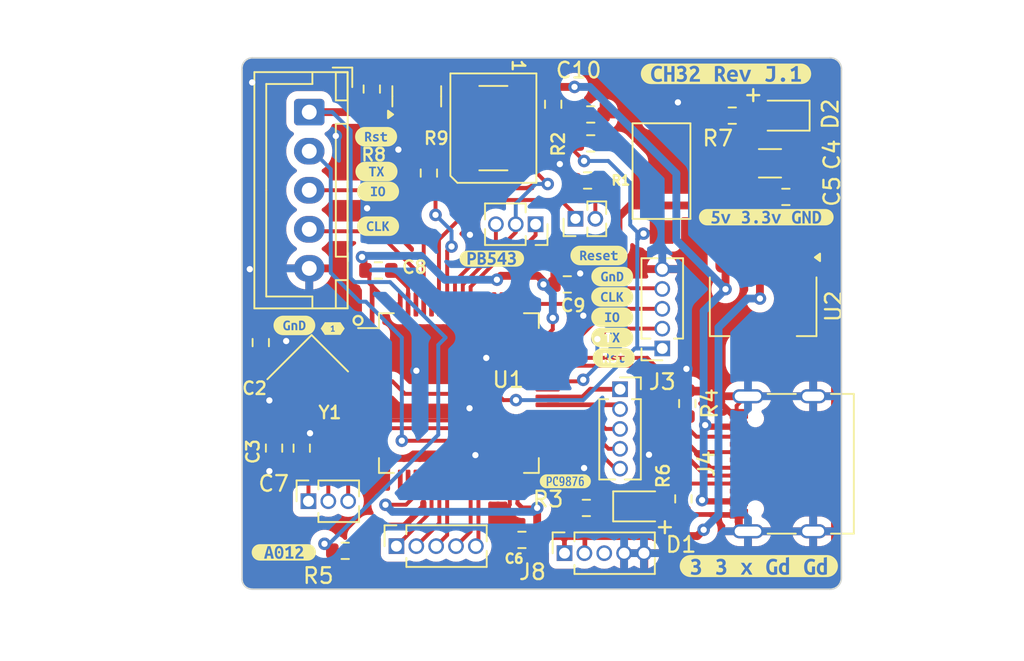
<source format=kicad_pcb>
(kicad_pcb (version 20240108) (generator "pcbnew") (generator_version "8.0")
  (layers (0 "F.Cu" signal) (31 "B.Cu" signal) (34 "B.Paste" user) (35 "F.Paste" user) (36 "B.SilkS" user "B.Silkscreen") (37 "F.SilkS" user "F.Silkscreen") (38 "B.Mask" user) (39 "F.Mask" user) (44 "Edge.Cuts" user))
  (net 0 "")
  (net 1 "+3.3V")
  (net 2 "SWIO_DIR_3V")
  (net 4 "Net-(U1-PF0)")
  (net 5 "Net-(U1-PF1)")
  (net 10 "GND")
  (net 15 "OUT_UART_TX")
  (net 16 "OUT_UART_RX")
  (net 18 "PA8")
  (net 19 "UART_TX")
  (net 21 "D-")
  (net 22 "D+")
  (net 23 "SWDIO")
  (net 24 "SWDCLK")
  (net 30 "INOUT_NRESET")
  (net 31 "OUT_SWDIO")
  (net 32 "OUT_SWDCLK")
  (net 33 "Net-(D1-K)")
  (net 34 "IN_FORCE_DFU")
  (net 36 "Net-(J4-CC2)")
  (net 37 "Net-(J4-CC1)")
  (net 39 "NRESET")
  (net 42 "Net-(U1-PA4)")
  (net 43 "INOUT_SWO")
  (net 44 "Net-(D2-A)")
  (net 45 "Net-(J2_DFU1-Pin_2)")
  (net 46 "Net-(U1-PB13)")
  (net 48 "PA6")
  (net 49 "PA5")
  (net 50 "PB0")
  (net 51 "PA7")
  (net 52 "PB1")
  (net 53 "PB5")
  (net 54 "PB4")
  (net 55 "PB3")
  (net 57 "PA1")
  (net 58 "PA2")
  (net 59 "PA0")
  (net 60 "PB15")
  (net 61 "PC8")
  (net 62 "PC6")
  (net 63 "PC9")
  (net 64 "PC7")
  (net 66 "VBUS")
  (net 67 "DRIVE_RESET")
  (net 68 "Net-(Q1-D)")
  (footprint "Resistor_SMD:R_0603_1608Metric" (layer "F.Cu") (at 124.980025 66.994975 90)
    (property "Reference" "R8")
    (property "Value" "330" (hide yes))
  )
  (footprint "Connector_PinHeader_1.27mm:PinHeader_1x02_P1.27mm_Vertical" (layer "F.Cu") (at 138.005025 75.294975 90)
    (property "Reference" "J2_DFU1" (hide yes))
    (property "Value" "con2")
  )
  (footprint "Resistor_SMD:R_0603_1608Metric" (layer "F.Cu") (at 128.630025 72.369975 90)
    (property "Reference" "R9")
    (property "Value" "1k" (hide yes))
  )
  (footprint "Connector_PinSocket_1.27mm:PinSocket_1x05_P1.27mm_Vertical" (layer "F.Cu") (at 137.305025 96.694975 90)
    (property "Reference" "J8")
    (property "Value" "Debug port" (hide yes))
  )
  (footprint "Resistor_SMD:R_0603_1608Metric" (layer "F.Cu") (at 138.7 93.8 180)
    (property "Reference" "R3")
    (property "Value" "330")
  )
  (footprint "Package_TO_SOT_SMD:SOT-223" (layer "F.Cu") (at 150.005025 80.894975 -90)
    (property "Reference" "U2")
    (property "Value" "LM1117-3.3")
  )
  (footprint "Resistor_SMD:R_0603_1608Metric" (layer "F.Cu") (at 134.580025 95.844975 180)
    (property "Reference" "C6")
    (property "Value" "100n")
  )
  (footprint "Resistor_SMD:R_0603_1608Metric" (layer "F.Cu") (at 138.780025 72.844975 180)
    (property "Reference" "R1")
    (property "Value" "1k" (hide yes))
  )
  (footprint "Button_Switch_SMD:SW_SPST_CK_RS282G05A3" (layer "F.Cu") (at 143.505025 72.244975 90)
    (property "Reference" "RST1" (hide yes))
    (property "Value" "SW_DIP_x01")
  )
  (footprint "Resistor_SMD:R_0603_1608Metric" (layer "F.Cu") (at 120.5 89.975 90)
    (property "Reference" "C7")
    (property "Value" "100n")
  )
  (footprint "kibuzzard-67135D9A" (layer "F.Cu") (at 119.355025 96.644975)
    (property "Reference" "kibuzzard-67135D9A" (hide yes))
    (property "Value" "G***" (hide yes))
  )
  (footprint "kibuzzard-65C1C8EE" (layer "F.Cu") (at 140.355025 80.294975)
    (property "Reference" "kibuzzard-65C1C8EE" (hide yes))
    (property "Value" "G***" (hide yes))
  )
  (footprint "kibuzzard-68694355" (layer "F.Cu") (at 137.355025 92.094975)
    (property "Reference" "kibuzzard-68694355" (hide yes))
    (property "Value" "G***" (hide yes))
  )
  (footprint "LED_SMD:LED_WS2812B_PLCC4_5.0x5.0mm_P3.2mm" (layer "F.Cu") (at 132.755025 69.494975 -90)
    (property "Reference" "D3" (hide yes))
    (property "Value" "WS2812B" (hide yes))
  )
  (footprint "Resistor_SMD:R_0603_1608Metric" (layer "F.Cu") (at 145.155025 87.119975 -90)
    (property "Reference" "R4")
    (property "Value" "5.1k")
  )
  (footprint "Diode_SMD:D_0805_2012Metric" (layer "F.Cu") (at 151.292525 68.694975 180)
    (property "Reference" "D2")
    (property "Value" "LED" (hide yes))
  )
  (footprint "kibuzzard-67ECD9AB" (layer "F.Cu") (at 132.655025 77.844975)
    (property "Reference" "kibuzzard-67ECD9AB" (hide yes))
    (property "Value" "G***" (hide yes))
  )
  (footprint "Resistor_SMD:R_0603_1608Metric" (layer "F.Cu") (at 138.980025 68.619975)
    (property "Reference" "C1" (hide yes))
    (property "Value" "100n")
  )
  (footprint "Connector_PinSocket_1.27mm:PinSocket_1x03_P1.27mm_Vertical" (layer "F.Cu") (at 120.930025 93.369975 90)
    (property "Reference" "J7" (hide yes))
    (property "Value" "Conn_01x03_Pin" (hide yes))
  )
  (footprint "kibuzzard-65C1C9D7" (layer "F.Cu") (at 139.505025 77.644975)
    (property "Reference" "kibuzzard-65C1C9D7" (hide yes))
    (property "Value" "G***" (hide yes))
  )
  (footprint "Diode_SMD:D_0805_2012Metric" (layer "F.Cu") (at 142.1 93.7)
    (property "Reference" "D1")
    (property "Value" "LED")
  )
  (footprint "kibuzzard-65C1C789" (layer "F.Cu") (at 120.030025 82.119975)
    (property "Reference" "kibuzzard-65C1C789" (hide yes))
    (property "Value" "G***" (hide yes))
  )
  (footprint "Resistor_SMD:R_0603_1608Metric" (layer "F.Cu") (at 151.457525 73.894975)
    (property "Reference" "C5")
    (property "Value" "100n")
  )
  (footprint "kibuzzard-671361D3" (layer "F.Cu") (at 122.480025 82.319975)
    (property "Reference" "kibuzzard-671361D3" (hide yes))
    (property "Value" "G***" (hide yes))
  )
  (footprint "Connector_PinSocket_1.27mm:PinSocket_1x03_P1.27mm_Vertical" (layer "F.Cu") (at 135.455025 75.644975 -90)
    (property "Reference" "J9" (hide yes))
    (property "Value" "Conn_01x03_Pin" (hide yes))
  )
  (footprint "Resistor_SMD:R_0603_1608Metric" (layer "F.Cu") (at 125.4 78.6)
    (property "Reference" "C8")
    (property "Value" "100n")
  )
  (footprint "kibuzzard-6714FD4B" (layer "F.Cu") (at 149.730025 97.519975)
    (property "Reference" "kibuzzard-6714FD4B" (hide yes))
    (property "Value" "G***" (hide yes))
  )
  (footprint "kibuzzard-65C1C972" (layer "F.Cu") (at 140.455025 84.194975)
    (property "Reference" "kibuzzard-65C1C972" (hide yes))
    (property "Value" "G***" (hide yes))
  )
  (footprint "kibuzzard-65C1C789" (layer "F.Cu") (at 140.355025 78.994975)
    (property "Reference" "kibuzzard-65C1C789" (hide yes))
    (property "Value" "G***" (hide yes))
  )
  (footprint "Resistor_SMD:R_0603_1608Metric" (layer "F.Cu") (at 138.980025 70.469975 180)
    (property "Reference" "R2")
    (property "Value" "10k")
  )
  (footprint "Resistor_SMD:R_0603_1608Metric" (layer "F.Cu") (at 118.730025 89.969975 -90)
    (property "Reference" "C3")
    (property "Value" "22pf")
  )
  (footprint "Resistor_SMD:R_0603_1608Metric" (layer "F.Cu") (at 148.030025 68.694975)
    (property "Reference" "R7")
    (property "Value" "330")
  )
  (footprint "kibuzzard-67135D50" (layer "F.Cu") (at 150.205025 75.194975)
    (property "Reference" "kibuzzard-67135D50" (hide yes))
    (property "Value" "G***" (hide yes))
  )
  (footprint "kibuzzard-65C1C918" (layer "F.Cu") (at 140.355025 81.594975)
    (property "Reference" "kibuzzard-65C1C918" (hide yes))
    (property "Value" "G***" (hide yes))
  )
  (footprint "footprints:Crystal_SMD_TXC_7M-4Pin_3.2x2.5mm_45deg" (layer "F.Cu") (at 120.881802 85.316117 180)
    (property "Reference" "Y1")
    (property "Value" "8Mhz")
  )
  (footprint "Resistor_SMD:R_0603_1608Metric" (layer "F.Cu") (at 137.480025 79.494975)
    (property "Reference" "C9")
    (property "Value" "100n")
  )
  (footprint "Connector_PinSocket_1.27mm:PinSocket_1x05_P1.27mm_Vertical" (layer "F.Cu") (at 140.855025 86.204975)
    (property "Reference" "J10" (hide yes))
    (property "Value" "Debug port" (hide yes))
  )
  (footprint "Connector_PinSocket_1.27mm:PinSocket_1x05_P1.27mm_Vertical" (layer "F.Cu") (at 143.555025 83.594975 180)
    (property "Reference" "J3")
    (property "Value" "Dbg")
  )
  (footprint "kibuzzard-65C1C92F" (layer "F.Cu") (at 140.355025 82.894975)
    (property "Reference" "kibuzzard-65C1C92F" (hide yes))
    (property "Value" "G***" (hide yes))
  )
  (footprint "kibuzzard-65C1C92F" (layer "F.Cu") (at 125.280025 72.269975)
    (property "Reference" "kibuzzard-65C1C92F" (hide yes))
    (property "Value" "G***" (hide yes))
  )
  (footprint "kibuzzard-6869421E" (layer "F.Cu") (at 147.630025 66.019975)
    (property "Reference" "kibuzzard-6869421E" (hide yes))
    (property "Value" "G***" (hide yes))
  )
  (footprint "Resistor_SMD:R_0603_1608Metric" (layer "F.Cu") (at 117.880025 83.219975 90)
    (property "Reference" "C2")
    (property "Value" "22pf")
  )
  (footprint "Resistor_SMD:R_0603_1608Metric" (layer "F.Cu") (at 123.280025 96.544975)
    (property "Reference" "R5")
    (property "Value" "1k" (hide yes))
  )
  (footprint "Connector_JST:JST_XH_B5B-XH-A_1x05_P2.50mm_Vertical" (layer "F.Cu") (at 120.980025 68.469975 -90)
    (property "Reference" "J5" (hide yes))
    (property "Value" "Debug port" (hide yes))
  )
  (footprint "Package_QFP:LQFP-64_10x10mm_P0.5mm" (layer "F.Cu") (at 130.55 86.45)
    (property "Reference" "U1")
    (property "Value" "CH32V303RCT6")
  )
  (footprint "kibuzzard-65C1C918" (layer "F.Cu") (at 125.380025 73.544975)
    (property "Reference" "kibuzzard-65C1C918" (hide yes))
    (property "Value" "G***" (hide yes))
  )
  (footprint "Resistor_SMD:R_0603_1608Metric" (layer "F.Cu") (at 136.580025 67.969975 -90)
    (property "Reference" "C10")
    (property "Value" "100n" (hide yes))
  )
  (footprint "Resistor_SMD:R_0603_1608Metric" (layer "F.Cu") (at 144.905025 93.219975 90)
    (property "Reference" "R6")
    (property "Value" "5.1k")
  )
  (footprint "kibuzzard-65C1C8EE" (layer "F.Cu") (at 125.380025 75.769975)
    (property "Reference" "kibuzzard-65C1C8EE" (hide yes))
    (property "Value" "G***" (hide yes))
  )
  (footprint "Package_TO_SOT_SMD:SOT-23" (layer "F.Cu") (at 127.855025 67.457475 90)
    (property "Reference" "Q1" (hide yes))
    (property "Value" "DMG2302U" (hide yes))
  )
  (footprint "Connector_USB:USB_C_Receptacle_Palconn_UTC16-G" (layer "F.Cu") (at 150.965025 90.974975 90)
    (property "Reference" "J4")
    (property "Value" "USB" (hide yes))
  )
  (footprint "Capacitor_SMD:C_1206_3216Metric_Pad1.33x1.80mm_HandSolder" (layer "F.Cu") (at 150.442525 71.744975)
    (property "Reference" "C4")
    (property "Value" "100u")
  )
  (footprint "Connector_PinSocket_1.27mm:PinSocket_1x05_P1.27mm_Vertical" (layer "F.Cu") (at 126.555025 96.244975 90)
    (property "Reference" "J6" (hide yes))
    (property "Value" "Debug port" (hide yes))
  )
  (footprint "kibuzzard-65C1C972" (layer "F.Cu") (at 125.255025 70.044975)
    (property "Reference" "kibuzzard-65C1C972" (hide yes))
    (property "Value" "G***" (hide yes))
  )
  (gr_circle (center 124.1 81.8) (end 123.9 81.6) (stroke (width 0.15)) (fill none) (layer "F.SilkS"))
  (gr_line (start 117.339667 99) (end 154.253682 99) (stroke (width 0.1)) (layer "Edge.Cuts"))
  (gr_line (start 116.681487 65.739674) (end 116.680026 98.340157) (stroke (width 0.1)) (layer "Edge.Cuts"))
  (gr_arc (start 116.681487 65.739674) (mid 116.855025 65.219975) (end 117.355595 64.997192) (stroke (width 0.1)) (layer "Edge.Cuts"))
  (gr_line (start 154.280577 65) (end 117.355595 65) (stroke (width 0.1)) (layer "Edge.Cuts"))
  (gr_arc (start 154.280577 64.994975) (mid 154.805025 65.216635) (end 155.011526 65.747235) (stroke (width 0.1)) (layer "Edge.Cuts"))
  (gr_arc (start 155.005094 98.283764) (mid 154.783995 98.803298) (end 154.254741 99) (stroke (width 0.1)) (layer "Edge.Cuts"))
  (gr_arc (start 117.339443 98.994924) (mid 116.872023 98.80623) (end 116.680026 98.340157) (stroke (width 0.1)) (layer "Edge.Cuts"))
  (gr_line (start 155.005094 98.283403) (end 155.011526 65.747235) (stroke (width 0.1)) (layer "Edge.Cuts"))
  (gr_text "+" (at 148.655025 67.894975 0) (layer "F.SilkS") (effects (font (size 1 1)) (justify left bottom)))
  (gr_text "+" (at 143.005025 95.544975 0) (layer "F.SilkS") (effects (font (size 1 1)) (justify left bottom)))
  (segment (start 134.594975 93.794975) (end 134.3 93.5) (width 0.3) (layer "F.Cu") (net 1))
  (segment (start 133.230025 78.944975) (end 132.980025 79.194975) (width 0.5) (layer "F.Cu") (net 1))
  (segment (start 134.3 93.5) (end 134.3 91.091312) (width 0.25) (layer "F.Cu") (net 1))
  (segment (start 150.055025 73.894975) (end 150.632525 73.894975) (width 0.25) (layer "F.Cu") (net 1))
  (segment (start 121.2 90.8) (end 120.7 90.8) (width 0.25) (layer "F.Cu") (net 1))
  (segment (start 147.255025 69.044975) (end 147.255025 73.630025) (width 0.5) (layer "F.Cu") (net 1))
  (segment (start 141.905025 74.444975) (end 148.005025 74.444975) (width 0.5) (layer "F.Cu") (net 1))
  (segment (start 124.575 78.6) (end 124.575 77.96495) (width 0.25) (layer "F.Cu") (net 1))
  (segment (start 135.555025 93.794975) (end 134.594975 93.794975) (width 0.3) (layer "F.Cu") (net 1))
  (segment (start 136.655025 79.494975) (end 136.155025 79.494975) (width 0.5) (layer "F.Cu") (net 1))
  (segment (start 135.555025 93.794975) (end 135.555025 95.594975) (width 0.5) (layer "F.Cu") (net 1))
  (segment (start 136.155025 79.494975) (end 135.605025 78.944975) (width 0.5) (layer "F.Cu") (net 1))
  (segment (start 134 90.779312) (end 134 90.3) (width 0.25) (layer "F.Cu") (net 1))
  (segment (start 127.8 92.125) (end 127.8 92.967764) (width 0.25) (layer "F.Cu") (net 1))
  (segment (start 141.905025 74.444975) (end 141.905025 71.619975) (width 0.5) (layer "F.Cu") (net 1))
  (segment (start 148.005025 74.444975) (end 148.0375 74.4125) (width 0.5) (layer "F.Cu") (net 1))
  (segment (start 125 82.575) (end 124.875 82.7) (width 0.3) (layer "F.Cu") (net 1))
  (segment (start 135.605025 78.944975) (end 133.230025 78.944975) (width 0.5) (layer "F.Cu") (net 1))
  (segment (start 137.805025 77.244975) (end 140.605025 77.244975) (width 0.5) (layer "F.Cu") (net 1))
  (segment (start 126.175 80.775) (end 124.825 79.425) (width 0.25) (layer "F.Cu") (net 1))
  (segment (start 140.755025 70.469975) (end 139.805025 70.469975) (width 0.5) (layer "F.Cu") (net 1))
  (segment (start 140.755025 77.094975) (end 140.755025 75.194975) (width 0.5) (layer "F.Cu") (net 1))
  (segment (start 147.305025 71.744975) (end 147.255025 71.794975) (width 0.5) (layer "F.Cu") (net 1))
  (segment (start 135.55 95.6) (end 145.8 95.6) (width 0.5) (layer "F.Cu") (net 1))
  (segment (start 126.8 80.775) (end 126.175 80.775) (width 0.25) (layer "F.Cu") (net 1))
  (segment (start 136.655025 79.494975) (end 136.655025 78.394975) (width 0.5) (layer "F.Cu") (net 1))
  (segment (start 134.306 91.085312) (end 134 90.779312) (width 0.25) (layer "F.Cu") (net 1))
  (segment (start 127.8 92.967764) (end 127.172789 93.594975) (width 0.25) (layer "F.Cu") (net 1))
  (segment (start 132.372 88.697) (end 124.881 88.697) (width 0.25) (layer "F.Cu") (net 1))
  (segment (start 125 79.6) (end 125 82.575) (width 0.3) (layer "F.Cu") (net 1))
  (segment (start 123.3 88.7) (end 121.2 90.8) (width 0.25) (layer "F.Cu") (net 1))
  (segment (start 149.8 80.4) (end 149.8 77.9) (width 0.5) (layer "F.Cu") (net 1))
  (segment (start 127.172789 93.594975) (end 125.905025 93.594975) (width 0.25) (layer "F.Cu") (net 1))
  (segment (start 138.605025 96.592975) (end 138.605025 95.794975) (width 0.3) (layer "F.Cu") (net 1))
  (segment (start 145.8 95.6) (end 146.2 95.2) (width 0.5) (layer "F.Cu") (net 1))
  (segment (start 140.605025 77.244975) (end 140.755025 77.094975) (width 0.5) (layer "F.Cu") (net 1))
  (segment (start 147.255025 73.630025) (end 149.6 75.975) (width 0.5) (layer "F.Cu") (net 1))
  (segment (start 148.880025 72.719975) (end 150.055025 73.894975) (width 0.25) (layer "F.Cu") (net 1))
  (segment (start 148.880025 71.744975) (end 148.880025 72.719975) (width 0.25) (layer "F.Cu") (net 1))
  (segment (start 133.975 90.3) (end 132.372 88.697) (width 0.25) (layer "F.Cu") (net 1))
  (segment (start 124.575 77.96495) (end 124.355025 77.744975) (width 0.25) (layer "F.Cu") (net 1))
  (segment (start 136.655025 78.394975) (end 137.805025 77.244975) (width 0.5) (layer "F.Cu") (net 1))
  (segment (start 136.555025 81.644975) (end 136.555025 82.369975) (width 0.25) (layer "F.Cu") (net 1))
  (segment (start 137.3 96.7) (end 137.3 95.8) (width 0.3) (layer "F.Cu") (net 1))
  (segment (start 143 95.802) (end 143 93.7375) (width 0.25) (layer "F.Cu") (net 1))
  (segment (start 137.3 95.8) (end 137.1 95.6) (width 0.4) (layer "F.Cu") (net 1))
  (segment (start 149.6 75.975) (end 149.6 76.9) (width 0.5) (layer "F.Cu") (net 1))
  (segment (start 141.905025 71.619975) (end 140.755025 70.469975) (width 0.5) (layer "F.Cu") (net 1))
  (segment (start 135.555025 95.594975) (end 135.55 95.6) (width 0.5) (layer "F.Cu") (net 1))
  (segment (start 140.755025 75.194975) (end 141.505025 74.444975) (width 0.5) (layer "F.Cu") (net 1))
  (segment (start 141.505025 74.444975) (end 141.905025 74.444975) (width 0.5) (layer "F.Cu") (net 1))
  (segment (start 124.825 79.425) (end 124.825 78.8) (width 0.25) (layer "F.Cu") (net 1))
  (segment (start 148.880025 71.744975) (end 147.305025 71.744975) (width 0.5) (layer "F.Cu") (net 1))
  (segment (start 136.555025 82.369975) (end 136.225 82.7) (width 0.25) (layer "F.Cu") (net 1))
  (segment (start 124.875 88.7) (end 123.3 88.7) (width 0.25) (layer "F.Cu") (net 1))
  (via (at 135.955025 79.494975) (size 0.8) (drill 0.4) (layers "F.Cu" "B.Cu") (net 1))
  (via (at 125.855025 93.594975) (size 0.8) (drill 0.4) (layers "F.Cu" "B.Cu") (net 1))
  (via (at 149.8 80.4) (size 0.8) (drill 0.4) (layers "F.Cu" "B.Cu") (net 1))
  (via (at 146.2 95.2) (size 0.8) (drill 0.4) (layers "F.Cu" "B.Cu") (net 1))
  (via (at 132.980025 79.194975) (size 0.8) (drill 0.4) (layers "F.Cu" "B.Cu") (net 1))
  (via (at 124.355025 77.744975) (size 0.8) (drill 0.4) (layers "F.Cu" "B.Cu") (net 1))
  (via (at 136.555025 81.644975) (size 0.8) (drill 0.4) (layers "F.Cu" "B.Cu") (net 1))
  (via (at 135.555025 93.794975) (size 0.8) (drill 0.4) (layers "F.Cu" "B.Cu") (net 1))
  (segment (start 132.980025 79.194975) (end 129.655025 79.194975) (width 0.5) (layer "B.Cu") (net 1))
  (segment (start 147.15 94.25) (end 147.15 82.25) (width 0.5) (layer "B.Cu") (net 1))
  (segment (start 135.3 94.05) (end 135.555025 93.794975) (width 0.5) (layer "B.Cu") (net 1))
  (segment (start 149 80.4) (end 149.8 80.4) (width 0.5) (layer "B.Cu") (net 1))
  (segment (start 125.855025 93.594975) (end 126.31005 94.05) (width 0.5) (layer "B.Cu") (net 1))
  (segment (start 147.15 82.25) (end 149 80.4) (width 0.5) (layer "B.Cu") (net 1))
  (segment (start 124.430025 77.669975) (end 124.355025 77.744975) (width 0.5) (layer "B.Cu") (net 1))
  (segment (start 136.555025 80.094975) (end 135.955025 79.494975) (width 0.5) (layer "B.Cu") (net 1))
  (segment (start 136.555025 81.644975) (end 136.555025 80.094975) (width 0.5) (layer "B.Cu") (net 1))
  (segment (start 128.130025 77.669975) (end 124.430025 77.669975) (width 0.5) (layer "B.Cu") (net 1))
  (segment (start 126.31005 94.05) (end 135.3 94.05) (width 0.5) (layer "B.Cu") (net 1))
  (segment (start 129.655025 79.194975) (end 128.130025 77.669975) (width 0.5) (layer "B.Cu") (net 1))
  (segment (start 146.2 95.2) (end 147.15 94.25) (width 0.5) (layer "B.Cu") (net 1))
  (segment (start 123.71005 84.7) (end 122.605025 83.594975) (width 0.25) (layer "F.Cu") (net 4))
  (segment (start 124.875 84.7) (end 123.71005 84.7) (width 0.25) (layer "F.Cu") (net 4))
  (segment (start 122.605025 83.594975) (end 121.400863 83.594975) (width 0.25) (layer "F.Cu") (net 4))
  (segment (start 118.18689 84.069975) (end 120.77316 84.069975) (width 0.25) (layer "F.Cu") (net 4))
  (segment (start 122.537261 86.694975) (end 120.705025 86.694975) (width 0.25) (layer "F.Cu") (net 5))
  (segment (start 118.730025 88.669975) (end 120.705025 86.694975) (width 0.25) (layer "F.Cu") (net 5))
  (segment (start 118.730025 89.144975) (end 118.730025 88.669975) (width 0.25) (layer "F.Cu") (net 5))
  (segment (start 124.875 85.2) (end 124.032236 85.2) (width 0.25) (layer "F.Cu") (net 5))
  (segment (start 124.032236 85.2) (end 122.537261 86.694975) (width 0.25) (layer "F.Cu") (net 5))
  (segment (start 152.230025 68.694975) (end 152.755025 68.694975) (width 0.5) (layer "F.Cu") (net 10))
  (segment (start 137.955025 72.744975) (end 137.005025 71.794975) (width 0.25) (layer "F.Cu") (net 10))
  (segment (start 127.3 79.7) (end 126.4 78.8) (width 0.25) (layer "F.Cu") (net 10))
  (segment (start 133.806 92.122) (end 133.806 93.594) (width 0.25) (layer "F.Cu") (net 10))
  (segment (start 143.555025 78.514975) (end 145.268 78.514975) (width 0.5) (layer "F.Cu") (net 10))
  (segment (start 153.305025 71.644975) (end 153.305025 76.169975) (width 0.5) (layer "F.Cu") (net 10))
  (segment (start 153.11 86.66) (end 154.56 86.66) (width 0.25) (layer "F.Cu") (net 10))
  (segment (start 142.405025 96.616975) (end 142.405025 97.972975) (width 0.5) (layer "F.Cu") (net 10))
  (segment (start 119.670102 85.325736) (end 122.074264 85.325736) (width 0.25) (layer "F.Cu") (net 10))
  (segment (start 134.305025 83.194975) (end 133.305025 83.194975) (width 0.5) (layer "F.Cu") (net 10))
  (segment (start 130.45 88.2) (end 124.875 88.2) (width 0.25) (layer "F.Cu") (net 10))
  (segment (start 148.31 94.18) (end 148.31 94.7) (width 0.25) (layer "F.Cu") (net 10))
  (segment (start 131.230025 87.419975) (end 130.45 88.2) (width 0.25) (layer "F.Cu") (net 10))
  (segment (start 148.31 87.78) (end 148.31 87.26) (width 0.25) (layer "F.Cu") (net 10))
  (segment (start 145.288 78.494975) (end 145.288 84.712) (width 0.5) (layer "F.Cu") (net 10))
  (segment (start 145.225 85.025) (end 145.1 84.9) (width 0.25) (layer "F.Cu") (net 10))
  (segment (start 154.6 96.9) (end 154.6 95.3) (width 0.5) (layer "F.Cu") (net 10))
  (segment (start 118.430025 86.919975) (end 118.430025 86.565813) (width 0.25) (layer "F.Cu") (net 10))
  (segment (start 145.268 78.514975) (end 145.288 78.494975) (width 0.25) (layer "F.Cu") (net 10))
  (segment (start 141.344 98) (end 153.5 98) (width 0.5) (layer "F.Cu") (net 10))
  (segment (start 154.6 95.3) (end 153.11 95.3) (width 0.5) (layer "F.Cu") (net 10))
  (segment (start 122.168629 89.194975) (end 123.163604 88.2) (width 0.25) (layer "F.Cu") (net 10))
  (segment (start 154.6 84.2) (end 154.6 86.7) (width 0.5) (layer "F.Cu") (net 10))
  (segment (start 134.5 83.2) (end 136.225 83.2) (width 0.25) (layer "F.Cu") (net 10))
  (segment (start 133.755025 93.644975) (end 133.755025 95.844975) (width 0.25) (layer "F.Cu") (net 10))
  (segment (start 118.430025 86.565813) (end 119.502944 85.492894) (width 0.4) (layer "F.Cu") (net 10))
  (segment (start 152.605025 73.894975) (end 153.305025 73.894975) (width 0.25) (layer "F.Cu") (net 10))
  (segment (start 154.56 86.66) (end 154.6 86.7) (width 0.25) (layer "F.Cu") (net 10))
  (segment (start 133.806 93.594) (end 133.755025 93.644975) (width 0.25) (layer "F.Cu") (net 10))
  (segment (start 145.1 86.15) (end 145.1 85.15) (width 0.5) (layer "F.Cu") (net 10))
  (segment (start 127.3 80.775) (end 127.3 82.225) (width 0.25) (layer "F.Cu") (net 10))
  (segment (start 152.755025 68.694975) (end 153.305025 69.244975) (width 0.5) (layer "F.Cu") (net 10))
  (segment (start 132.2 84.1) (end 132.3 84.2) (width 0.5) (layer "F.Cu") (net 10))
  (segment (start 141.155025 97.866975) (end 141.155025 96.822975) (width 0.4) (layer "F.Cu") (net 10))
  (segment (start 153.305025 69.244975) (end 153.305025 71.644975) (width 0.5) (layer "F.Cu") (net 10))
  (segment (start 154.05 83.65) (end 154.6 84.2) (width 0.5) (layer "F.Cu") (net 10))
  (segment (start 154.6 86.7) (end 154.6 95.3) (width 0.5) (layer "F.Cu") (net 10))
  (segment (start 153.305025 71.644975) (end 153.205025 71.744975) (width 0.5) (layer "F.Cu") (net 10))
  (segment (start 153.205025 71.744975) (end 152.005025 71.744975) (width 0.5) (layer "F.Cu") (net 10))
  (segment (start 127.375 82.375) (end 129.1 84.1) (width 0.5) (layer "F.Cu") (net 10))
  (segment (start 154.05 79.45) (end 154.05 83.65) (width 0.5) (layer "F.Cu") (net 10))
  (segment (start 148.31 87.26) (end 148.91 86.66) (width 0.25) (layer "F.Cu") (net 10))
  (segment (start 148.91 86.66) (end 153.11 86.66) (width 0.25) (layer "F.Cu") (net 10))
  (segment (start 127.3 80.775) (end 127.3 79.7) (width 0.25) (layer "F.Cu") (net 10))
  (segment (start 145.288 84.712) (end 145.1 84.9) (width 0.5) (layer "F.Cu") (net 10))
  (segment (start 144.555025 67.844975) (end 144.005025 67.844975) (width 0.25) (layer "F.Cu") (net 10))
  (segment (start 133.305025 83.194975) (end 132.3 84.2) (width 0.5) (layer "F.Cu") (net 10))
  (segment (start 153.3 76.175) (end 152.3 77.175) (width 0.5) (layer "F.Cu") (net 10))
  (segment (start 120.544975 89.194975) (end 122.168629 89.194975) (width 0.25) (layer "F.Cu") (net 10))
  (segment (start 148.31 94.7) (end 148.91 95.3) (width 0.25) (layer "F.Cu") (net 10))
  (segment (start 153.5 98) (end 154.6 96.9) (width 0.5) (layer "F.Cu") (net 10))
  (segment (start 129.1 84.1) (end 132.2 84.1) (width 0.5) (layer "F.Cu") (net 10))
  (segment (start 148.91 95.3) (end 153.11 95.3) (width 0.25) (layer "F.Cu") (net 10))
  (segment (start 152.3 77.7) (end 154.05 79.45) (width 0.5) (layer "F.Cu") (net 10))
  (segment (start 147.99 87.79) (end 146.6 86.4) (width 0.4) (layer "F.Cu") (net 10))
  (segment (start 148.3 94.22) (end 145.17 94.22) (width 0.3) (layer "F.Cu") (net 10))
  (segment (start 127.375 82.3) (end 127.375 82.375) (width 0.5) (layer "F.Cu") (net 10))
  (segment (start 123.163604 88.2) (end 124.875 88.2) (width 0.25) (layer "F.Cu") (net 10))
  (segment (start 146.6 86.4) (end 145.35 86.4) (width 0.4) (layer "F.Cu") (net 10))
  (via (at 122.680025 69.994975) (size 0.8) (drill 0.4) (layers "F.Cu" "B.Cu") (net 10))
  (via (at 138.505025 81.494975) (size 0.8) (drill 0.4) (layers "F.Cu" "B.Cu") (net 10))
  (via (at 138.555025 91.244975) (size 0.8) (drill 0.4) (layers "F.Cu" "B.Cu") (net 10))
  (via (at 131.255025 76.319975) (size 0.8) (drill 0.4) (layers "F.Cu" "B.Cu") (net 10))
  (via (at 137.005025 71.794975) (size 0.8) (drill 0.4) (layers "F.Cu" "B.Cu") (net 10))
  (via (at 145.1 84.9) (size 0.8) (drill 0.4) (layers "F.Cu" "B.Cu") (net 10))
  (via (at 144.555025 67.844975) (size 0.8) (drill 0.4) (layers "F.Cu" "B.Cu") (net 10))
  (via (at 132.3 84.2) (size 0.8) (drill 0.4) (layers "F.Cu" "B.Cu") (net 10))
  (via (at 131.230025 87.419975) (size 0.8) (drill 0.4) (layers "F.Cu" "B.Cu") (net 10))
  (via (at 127.830025 85.019975) (size 0.8) (drill 0.4) (layers "F.Cu" "B.Cu") (net 10))
  (via (at 121.030025 89.019975) (size 0.8) (drill 0.4) (layers "F.Cu" "B.Cu") (net 10))
  (via (at 118.430025 91.444975) (size 0.8) (drill 0.4) (layers "F.Cu" "B.Cu") (net 10))
  (via (at 117.330025 66.569975) (size 0.8) (drill 0.4) (layers "F.Cu" "B.Cu") (net 10))
  (via (at 126.680025 70.869975) (size 0.8) (drill 0.4) (layers "F.Cu" "B.Cu") (net 10))
  (via (at 138.305025 78.794975) (size 0.8) (drill 0.4) (layers "F.Cu" "B.Cu") (net 10))
  (via (at 117.180025 78.519975) (size 0.8) (drill 0.4) (layers "F.Cu" "B.Cu") (net 10))
  (via (at 131.605025 90.419975) (size 0.8) (drill 0.4) (layers "F.Cu" "B.Cu") (net 10))
  (via (at 119.505025 83.119975) (size 0.8) (drill 0.4) (layers "F.Cu" "B.Cu") (net 10))
  (via (at 124.680025 74.619975) (size 0.8) (drill 0.4) (layers "F.Cu" "B.Cu") (net 10))
  (via (at 142.705025 90.394975) (size 0.8) (drill 0.4) (layers "F.Cu" "B.Cu") (net 10))
  (via (at 118.430025 86.919975) (size 0.8) (drill 0.4) (layers "F.Cu" "B.Cu") (net 10))
  (segment (start 132.3 84.2) (end 132.3 84.15) (width 0.25) (layer "B.Cu") (net 10))
  (segment (start 132.35 84.2) (end 132.3 84.2) (width 0.25) (layer "B.Cu") (net 10))
  (segment (start 130.85 87.8) (end 130.8 87.8) (width 0.25) (layer "B.Cu") (net 10))
  (segment (start 132.3 84.2) (end 132.3 87.8) (width 0.5) (layer "B.Cu") (net 10))
  (segment (start 132.3 87.8) (end 136.6 92.1) (width 0.5) (layer "B.Cu") (net 10))
  (segment (start 132.3 86.35) (end 130.85 87.8) (width 0.25) (layer "B.Cu") (net 10))
  (segment (start 143.505025 73.294975) (end 143.455025 73.244975) (width 0.4) (layer "B.Cu") (net 10))
  (segment (start 132.3 84.15) (end 132.375 84.225) (width 0.25) (layer "B.Cu") (net 10))
  (segment (start 132.3 84.2) (end 132.3 86.35) (width 0.25) (layer "B.Cu") (net 10))
  (segment (start 131.985 89.5) (end 126.9 89.5) (width 0.25) (layer "F.Cu") (net 16))
  (segment (start 133.306 92.122) (end 133.306 90.821) (width 0.25) (layer "F.Cu") (net 16))
  (segment (start 133.306 90.821) (end 131.985 89.5) (width 0.25) (layer "F.Cu") (net 16))
  (via (at 126.9 89.5) (size 0.8) (drill 0.4) (layers "F.Cu" "B.Cu") (net 16))
  (segment (start 124.2 80.6) (end 122.355025 78.755025) (width 0.25) (layer "B.Cu") (net 16))
  (segment (start 122.355025 78.755025) (end 122.355025 72.119975) (width 0.25) (layer "B.Cu") (net 16))
  (segment (start 124.6 80.6) (end 124.2 80.6) (width 0.25) (layer "B.Cu") (net 16))
  (segment (start 122.355025 72.119975) (end 121.330025 71.094975) (width 0.25) (layer "B.Cu") (net 16))
  (segment (start 126.9 89.4) (end 126.9 82.9) (width 0.25) (layer "B.Cu") (net 16))
  (segment (start 126.9 82.9) (end 124.6 80.6) (width 0.25) (layer "B.Cu") (net 16))
  (segment (start 138.5 85.6) (end 138.4 85.7) (width 0.25) (layer "F.Cu") (net 19))
  (segment (start 138.4 85.7) (end 136.225 85.7) (width 0.25) (layer "F.Cu") (net 19))
  (segment (start 140.075025 82.324975) (end 143.555025 82.324975) (width 0.25) (layer "F.Cu") (net 19))
  (segment (start 139.405025 82.994975) (end 140.075025 82.324975) (width 0.25) (layer "F.Cu") (net 19))
  (via (at 139.405025 82.994975) (size 0.8) (drill 0.4) (layers "F.Cu" "B.Cu") (net 19))
  (via (at 138.5 85.6) (size 0.8) (drill 0.4) (layers "F.Cu" "B.Cu") (net 19))
  (segment (start 139.405025 82.994975) (end 139.405025 84.694975) (width 0.25) (layer "B.Cu") (net 19))
  (segment (start 139.405025 84.694975) (end 138.5 85.6) (width 0.25) (layer "B.Cu") (net 19))
  (segment (start 142.097 84.697) (end 136.231 84.697) (width 0.25) (layer "F.Cu") (net 21))
  (segment (start 143.55 86.15) (end 142.097 84.697) (width 0.25) (layer "F.Cu") (net 21))
  (segment (start 143.6 89) (end 146.33 91.73) (width 0.3) (layer "F.Cu") (net 21))
  (segment (start 143.6 86.2) (end 143.6 89) (width 0.3) (layer "F.Cu") (net 21))
  (segment (start 148.31 90.73) (end 149.83 90.73) (width 0.25) (layer "F.Cu") (net 21))
  (segment (start 150.2 91.5) (end 149.97 91.73) (width 0.3) (layer "F.Cu") (net 21))
  (segment (start 149.97 91.73) (end 146.33 91.73) (width 0.25) (layer "F.Cu") (net 21))
  (segment (start 150.2 91.1) (end 150.2 91.5) (width 0.3) (layer "F.Cu") (net 21))
  (segment (start 143.55 86.15) (end 143.6 86.2) (width 0.3) (layer "F.Cu") (net 21))
  (segment (start 149.83 90.73) (end 150.2 91.1) (width 0.3) (layer "F.Cu") (net 21))
  (segment (start 142.6 84.2) (end 142.6 84.197) (width 0.25) (layer "F.Cu") (net 22))
  (segment (start 144.2 85.8) (end 144.2 88.7) (width 0.3) (layer "F.Cu") (net 22))
  (segment (start 148.31 90.23) (end 145.73 90.23) (width 0.25) (layer "F.Cu") (net 22))
  (segment (start 145.73 90.33) (end 146.03 90.63) (width 0.3) (layer "F.Cu") (net 22))
  (segment (start 148.31 91.23) (end 146.63 91.23) (width 0.25) (layer "F.Cu") (net 22))
  (segment (start 146.63 91.23) (end 146.03 90.63) (width 0.3) (layer "F.Cu") (net 22))
  (segment (start 144.2 88.7) (end 145.73 90.23) (width 0.3) (layer "F.Cu") (net 22))
  (segment (start 142.6 84.197) (end 136.231 84.197) (width 0.25) (layer "F.Cu") (net 22))
  (segment (start 144.2 85.8) (end 142.6 84.2) (width 0.25) (layer "F.Cu") (net 22))
  (segment (start 145.73 90.23) (end 145.73 90.33) (width 0.2) (layer "F.Cu") (net 22))
  (segment (start 136.231 83.697) (end 137.453 83.697) (width 0.25) (layer "F.Cu") (net 23))
  (segment (start 137.453 83.697) (end 140.095025 81.054975) (width 0.25) (layer "F.Cu") (net 23))
  (segment (start 140.095025 81.054975) (end 143.555025 81.054975) (width 0.25) (layer "F.Cu") (net 23))
  (segment (start 134.3 80.775) (end 134.330025 80.744975) (width 0.25) (layer "F.Cu") (net 24))
  (segment (start 134.330025 80.744975) (end 138.705025 80.744975) (width 0.25) (layer "F.Cu") (net 24))
  (segment (start 139.705025 79.744975) (end 143.515025 79.744975) (width 0.25) (layer "F.Cu") (net 24))
  (segment (start 138.705025 80.744975) (end 139.705025 79.744975) (width 0.25) (layer "F.Cu") (net 24))
  (segment (start 124.980025 67.819975) (end 124.330025 68.469975) (width 0.5) (layer "F.Cu") (net 30))
  (segment (start 124.330025 68.469975) (end 120.980025 68.469975) (width 0.5) (layer "F.Cu") (net 30))
  (via (at 121.955025 96.094975) (size 0.8) (drill 0.4) (layers "F.Cu" "B.Cu") (net 30))
  (segment (start 122.455025 68.469975) (end 120.130025 68.469975) (width 0.25) (layer "B.Cu") (net 30))
  (segment (start 122.255025 96.094975) (end 129.230025 89.119975) (width 0.25) (layer "B.Cu") (net 30))
  (segment (start 121.955025 96.094975) (end 122.255025 96.094975) (width 0.25) (layer "B.Cu") (net 30))
  (segment (start 123.630025 69.644975) (end 122.455025 68.469975) (width 0.25) (layer "B.Cu") (net 30))
  (segment (start 123.630025 79.094975) (end 123.630025 69.644975) (width 0.25) (layer "B.Cu") (net 30))
  (segment (start 129.230025 89.119975) (end 129.230025 83.369975) (width 0.25) (layer "B.Cu") (net 30))
  (segment (start 126.144975 79.344975) (end 123.880025 79.344975) (width 0.25) (layer "B.Cu") (net 30))
  (segment (start 129.230025 83.369975) (end 129.7 82.9) (width 0.25) (layer "B.Cu") (net 30))
  (segment (start 129.7 82.9) (end 126.144975 79.344975) (width 0.25) (layer "B.Cu") (net 30))
  (segment (start 123.880025 79.344975) (end 123.630025 79.094975) (width 0.25) (layer "B.Cu") (net 30))
  (segment (start 128.3 76.88995) (end 124.880025 73.469975) (width 0.25) (layer "F.Cu") (net 31))
  (segment (start 124.880025 73.469975) (end 120.980025 73.469975) (width 0.25) (layer "F.Cu") (net 31))
  (segment (start 128.3 80.775) (end 128.3 76.88995) (width 0.25) (layer "F.Cu") (net 31))
  (segment (start 127.806 80.772) (end 127.806 78.606) (width 0.25) (layer "F.Cu") (net 32))
  (segment (start 127.806 78.606) (end 125.294975 76.094975) (width 0.25) (layer "F.Cu") (net 32))
  (segment (start 125.294975 76.094975) (end 121.105025 76.094975) (width 0.25) (layer "F.Cu") (net 32))
  (segment (start 139.525 93.8) (end 141.3625 93.8) (width 0.25) (layer "F.Cu") (net 33))
  (segment (start 131.805025 74.094975) (end 129.275 76.625) (width 0.25) (layer "F.Cu") (net 34))
  (segment (start 129.275 76.625) (end 129.275 80.75) (width 0.25) (layer "F.Cu") (net 34))
  (segment (start 137.055025 74.094975) (end 131.805025 74.094975) (width 0.25) (layer "F.Cu") (net 34))
  (segment (start 138.005025 75.044975) (end 137.055025 74.094975) (width 0.25) (layer "F.Cu") (net 34))
  (segment (start 145.225 88.725) (end 145.225 87.925) (width 0.25) (layer "F.Cu") (net 36))
  (segment (start 148.44 89.24) (end 145.76 89.24) (width 0.25) (layer "F.Cu") (net 36))
  (segment (start 145.75 89.25) (end 145.225 88.725) (width 0.25) (layer "F.Cu") (net 36))
  (segment (start 148.44 92.24) (end 145.31 92.24) (width 0.25) (layer "F.Cu") (net 37))
  (segment (start 145.31 92.24) (end 145.075 92.475) (width 0.25) (layer "F.Cu") (net 37))
  (segment (start 127.1 86.5) (end 126.3 85.7) (width 0.25) (layer "F.Cu") (net 39))
  (segment (start 138.555025 71.594975) (end 137.955025 70.994975) (width 0.25) (layer "F.Cu") (net 39))
  (segment (start 137.955025 68.694975) (end 137.955025 70.344975) (width 0.25) (layer "F.Cu") (net 39))
  (segment (start 143.505025 76.144975) (end 142.455025 76.144975) (width 0.25) (layer "F.Cu") (net 39))
  (segment (start 137.955025 70.994975) (end 137.955025 70.344975) (width 0.25) (layer "F.Cu") (net 39))
  (segment (start 126.3 85.7) (end 124.875 85.7) (width 0.25) (layer "F.Cu") (net 39))
  (segment (start 133 86.5) (end 127.1 86.5) (width 0.25) (layer "F.Cu") (net 39))
  (segment (start 142.455025 76.144975) (end 142.355025 76.244975) (width 0.25) (layer "F.Cu") (net 39))
  (segment (start 133.4 86.9) (end 133 86.5) (width 0.25) (layer "F.Cu") (net 39))
  (segment (start 134.2 86.9) (end 133.4 86.9) (width 0.25) (layer "F.Cu") (net 39))
  (via (at 134.2 86.9) (size 0.8) (drill 0.4) (layers "F.Cu" "B.Cu") (net 39))
  (via (at 142.355025 76.244975) (size 0.8) (drill 0.4) (layers "F.Cu" "B.Cu") (net 39))
  (via (at 138.555025 71.594975) (size 0.8) (drill 0.4) (layers "F.Cu" "B.Cu") (net 39))
  (segment (start 141.955025 76.594975) (end 142.005025 76.594975) (width 0.25) (layer "B.Cu") (net 39))
  (segment (start 141.955025 76.144975) (end 141.955025 76.594975) (width 0.25) (layer "B.Cu") (net 39))
  (segment (start 141.955025 76.594975) (end 141.955025 83.594975) (width 0.25) (layer "B.Cu") (net 39))
  (segment (start 138.5 86.9) (end 141.805025 83.594975) (width 0.25) (layer "B.Cu") (net 39))
  (segment (start 142.005025 76.594975) (end 142.355025 76.244975) (width 0.25) (layer "B.Cu") (net 39))
  (segment (start 141.505025 75.694975) (end 141.955025 76.144975) (width 0.25) (layer "B.Cu") (net 39))
  (segment (start 134.2 86.9) (end 138.5 86.9) (width 0.25) (layer "B.Cu") (net 39))
  (segment (start 140.105025 71.594975) (end 141.505025 72.994975) (width 0.25) (layer "B.Cu") (net 39))
  (segment (start 140.105025 71.594975) (end 138.555025 71.594975) (width 0.25) (layer "B.Cu") (net 39))
  (segment (start 141.505025 72.994975) (end 141.505025 75.694975) (width 0.25) (layer "B.Cu") (net 39))
  (segment (start 141.805025 83.594975) (end 143.555025 83.594975) (width 0.25) (layer "B.Cu") (net 39))
  (segment (start 124.105025 95.594975) (end 124.105025 96.544975) (width 0.4) (layer "F.Cu") (net 42))
  (segment (start 128.275 93.475) (end 128.275 93.725) (width 0.4) (layer "F.Cu") (net 42))
  (segment (start 128.3 92.125) (end 128.3 93.45) (width 0.25) (layer "F.Cu") (net 42))
  (segment (start 128.3 93.45) (end 128.275 93.475) (width 0.25) (layer "F.Cu") (net 42))
  (segment (start 127.055025 94.944975) (end 124.755025 94.944975) (width 0.4) (layer "F.Cu") (net 42))
  (segment (start 124.755025 94.944975) (end 124.105025 95.594975) (width 0.4) (layer "F.Cu") (net 42))
  (segment (start 128.275 93.725) (end 127.055025 94.944975) (width 0.4) (layer "F.Cu") (net 42))
  (segment (start 149.142525 68.644975) (end 150.167525 68.644975) (width 0.4) (layer "F.Cu") (net 44))
  (segment (start 139.275025 73.174975) (end 139.605025 72.844975) (width 0.25) (layer "F.Cu") (net 45))
  (segment (start 139.275025 75.294975) (end 139.275025 73.174975) (width 0.25) (layer "F.Cu") (net 45))
  (segment (start 137.605025 89.905025) (end 137.605025 93.405025) (width 0.25) (layer "F.Cu") (net 46))
  (segment (start 136.225 89.7) (end 137.4 89.7) (width 0.25) (layer "F.Cu") (net 46))
  (segment (start 137.605025 93.405025) (end 137.875 93.675) (width 0.25) (layer "F.Cu") (net 46))
  (segment (start 137.4 89.7) (end 137.605025 89.905025) (width 0.25) (layer "F.Cu") (net 46))
  (segment (start 127.825025 96.244975) (end 129.3 94.77) (width 0.25) (layer "F.Cu") (net 48))
  (segment (start 129.3 94.77) (end 129.3 92.125) (width 0.25) (layer "F.Cu") (net 48))
  (segment (start 126.555025 96.244975) (end 128.8 94) (width 0.25) (layer "F.Cu") (net 49))
  (segment (start 128.8 94) (end 128.8 92.125) (width 0.25) (layer "F.Cu") (net 49))
  (segment (start 131.3 95.31) (end 131.3 92.125) (width 0.25) (layer "F.Cu") (net 50))
  (segment (start 130.365025 96.244975) (end 131.3 95.31) (width 0.25) (layer "F.Cu") (net 50))
  (segment (start 129.095025 96.244975) (end 129.8 95.54) (width 0.25) (layer "F.Cu") (net 51))
  (segment (start 129.8 95.54) (end 129.8 92.125) (width 0.25) (layer "F.Cu") (net 51))
  (segment (start 131.8 96.08) (end 131.8 92.125) (width 0.25) (layer "F.Cu") (net 52))
  (segment (start 132.915025 76.684975) (end 132.915025 75.644975) (width 0.25) (layer "F.Cu") (net 53))
  (segment (start 130.3 79.3) (end 132.915025 76.684975) (width 0.25) (layer "F.Cu") (net 53))
  (segment (start 130.3 80.775) (end 130.3 79.3) (width 0.25) (layer "F.Cu") (net 53))
  (segment (start 133.668629 76.644975) (end 133.705025 76.644975) (width 0.25) (layer "F.Cu") (net 54))
  (segment (start 134.185025 76.164975) (end 134.185025 75.644975) (width 0.25) (layer "F.Cu") (net 54))
  (segment (start 130.8 80.775) (end 130.8 79.513604) (width 0.25) (layer "F.Cu") (net 54))
  (segment (start 135.105025 71.944975) (end 136.230025 73.069975) (width 0.25) (layer "F.Cu") (net 54))
  (segment (start 133.705025 76.644975) (end 134.185025 76.164975) (width 0.25) (layer "F.Cu") (net 54))
  (segment (start 130.8 79.513604) (end 133.668629 76.644975) (width 0.25) (layer "F.Cu") (net 54))
  (segment (start 134.405025 71.944975) (end 135.105025 71.944975) (width 0.25) (layer "F.Cu") (net 54))
  (via (at 136.230025 73.069975) (size 0.8) (drill 0.4) (layers "F.Cu" "B.Cu") (net 54))
  (segment (start 135.455025 73.069975) (end 134.185025 74.339975) (width 0.25) (layer "B.Cu") (net 54))
  (segment (start 134.185025 74.339975) (end 134.185025 75.644975) (width 0.25) (layer "B.Cu") (net 54))
  (segment (start 136.230025 73.069975) (end 135.455025 73.069975) (width 0.25) (layer "B.Cu") (net 54))
  (segment (start 133.855025 77.094975) (end 134.705025 77.094975) (width 0.25) (layer "F.Cu") (net 55))
  (segment (start 135.455025 76.344975) (end 135.455025 75.694975) (width 0.25) (layer "F.Cu") (net 55))
  (segment (start 134.705025 77.094975) (end 135.455025 76.344975) (width 0.25) (layer "F.Cu") (net 55))
  (segment (start 131.3 79.65) (end 133.855025 77.094975) (width 0.25) (layer "F.Cu") (net 55))
  (segment (start 131.3 80.775) (end 131.3 79.65) (width 0.25) (layer "F.Cu") (net 55))
  (segment (start 124 89.7) (end 122.200025 91.499975) (width 0.25) (layer "F.Cu") (net 57))
  (segment (start 122.200025 91.499975) (end 122.200025 93.369975) (width 0.25) (layer "F.Cu") (net 57))
  (segment (start 124.875 89.7) (end 124 89.7) (width 0.25) (layer "F.Cu") (net 57))
  (segment (start 124.8 90.2) (end 123.470025 91.529975) (width 0.25) (layer "F.Cu") (net 58))
  (segment (start 123.470025 91.529975) (end 123.470025 93.369975) (width 0.25) (layer "F.Cu") (net 58))
  (segment (start 120.930025 91.869975) (end 120.930025 93.369975) (width 0.25) (layer "F.Cu") (net 59))
  (segment (start 124.875 89.2) (end 123.6 89.2) (width 0.25) (layer "F.Cu") (net 59))
  (segment (start 123.6 89.2) (end 120.930025 91.869975) (width 0.25) (layer "F.Cu") (net 59))
  (segment (start 137.96005 88.7) (end 140.545025 91.284975) (width 0.25) (layer "F.Cu") (net 60))
  (segment (start 136.225 88.7) (end 137.96005 88.7) (width 0.25) (layer "F.Cu") (net 60))
  (segment (start 136.225 87.2) (end 140.58005 87.2) (width 0.3) (layer "F.Cu") (net 61))
  (segment (start 140.58005 87.2) (end 140.855025 87.474975) (width 0.3) (layer "F.Cu") (net 61))
  (segment (start 138.3 88.2) (end 140.114975 90.014975) (width 0.25) (layer "F.Cu") (net 62))
  (segment (start 140.114975 90.014975) (end 140.855025 90.014975) (width 0.25) (layer "F.Cu") (net 62))
  (segment (start 136.225 88.2) (end 138.3 88.2) (width 0.25) (layer "F.Cu") (net 62))
  (segment (start 136.225 86.7) (end 138.460661 86.7) (width 0.3) (layer "F.Cu") (net 63))
  (segment (start 138.955686 86.204975) (end 140.855025 86.204975) (width 0.3) (layer "F.Cu") (net 63))
  (segment (start 138.460661 86.7) (end 138.955686 86.204975) (width 0.3) (layer "F.Cu") (net 63))
  (segment (start 136.225 87.7) (end 138.9 87.7) (width 0.25) (layer "F.Cu") (net 64))
  (segment (start 138.9 87.7) (end 139.944975 88.744975) (width 0.25) (layer "F.Cu") (net 64))
  (segment (start 139.944975 88.744975) (end 140.855025 88.744975) (width 0.25) (layer "F.Cu") (net 64))
  (segment (start 147.6 79.8) (end 147.6 77.8) (width 0.5) (layer "F.Cu") (net 66))
  (segment (start 146.2 88.6) (end 148.29 88.6) (width 0.4) (layer "F.Cu") (net 66))
  (segment (start 146.1 93.3) (end 146.2 93.3) (width 0.4) (layer "F.Cu") (net 66))
  (segment (start 146.18 93.38) (end 146.1 93.3) (width 0.4) (layer "F.Cu") (net 66))
  (segment (start 137.942525 66.857475) (end 134.592525 66.857475) (width 0.5) (layer "F.Cu") (net 66))
  (segment (start 148.31 93.38) (end 146.18 93.38) (width 0.4) (layer "F.Cu") (net 66))
  (via (at 147.6 79.8) (size 0.8) (drill 0.4) (layers "F.Cu" "B.Cu") (net 66))
  (via (at 146.1 93.3) (size 0.8) (drill 0.4) (layers "F.Cu" "B.Cu") (net 66))
  (via (at 137.942525 66.857475) (size 0.8) (drill 0.4) (layers "F.Cu" "B.Cu") (net 66))
  (via (at 146.3 88.5) (size 0.8) (drill 0.4) (layers "F.Cu" "B.Cu") (net 66))
  (segment (start 147.6 79.8) (end 144.455025 76.655025) (width 0.5) (layer "B.Cu") (net 66))
  (segment (start 146.2 93.3) (end 146.2 81.2) (width 0.5) (layer "B.Cu") (net 66))
  (segment (start 144.455025 72.394975) (end 138.917525 66.857475) (width 0.5) (layer "B.Cu") (net 66))
  (segment (start 146.2 81.2) (end 147.6 79.8) (width 0.5) (layer "B.Cu") (net 66))
  (segment (start 144.455025 76.655025) (end 144.455025 72.394975) (width 0.5) (layer "B.Cu") (net 66))
  (segment (start 138.917525 66.857475) (end 137.942525 66.857475) (width 0.5) (layer "B.Cu") (net 66))
  (segment (start 127.530025 69.019975) (end 126.905025 68.394975) (width 0.25) (layer "F.Cu") (net 67))
  (segment (start 127.530025 72.194975) (end 127.530025 69.019975) (width 0.25) (layer "F.Cu") (net 67))
  (segment (start 129.055025 75.044975) (end 129.055025 73.719975) (width 0.25) (layer "F.Cu") (net 67))
  (segment (start 129.8 80.775) (end 129.8 77.35) (width 0.25) (layer "F.Cu") (net 67))
  (segment (start 129.055025 73.719975) (end 127.530025 72.194975) (width 0.25) (layer "F.Cu") (net 67))
  (segment (start 129.8 77.35) (end 130.080025 77.069975) (width 0.25) (layer "F.Cu") (net 67))
  (via (at 130.080025 77.069975) (size 0.8) (drill 0.4) (layers "F.Cu" "B.Cu") (net 67))
  (via (at 129.055025 75.044975) (size 0.8) (drill 0.4) (layers "F.Cu" "B.Cu") (net 67))
  (segment (start 130.080025 76.069975) (end 129.055025 75.044975) (width 0.25) (layer "B.Cu") (net 67))
  (segment (start 130.080025 77.069975) (end 130.080025 76.069975) (width 0.25) (layer "B.Cu") (net 67))
  (segment (start 127.505025 66.169975) (end 124.980025 66.169975) (width 0.5) (layer "F.Cu") (net 68))
  (segment (start 127.855025 66.519975) (end 127.505025 66.169975) (width 0.25) (layer "F.Cu") (net 68))
  (zone (net 10) (net_name "GND") (layer "F.Cu") (connect_pads (clearance 0.5)) (min_thickness 0.25) (fill yes (thermal_gap 0.5) (thermal_bridge_width 0.5))
    (polygon (pts (xy 102.405025 64.494975) (xy 157.005025 63.794975) (xy 157.905025 103.594975) (xy 101.205025 103.194975)))
  )
  (zone (net 10) (net_name "GND") (layer "B.Cu") (priority 1) (connect_pads (clearance 0.5)) (min_thickness 0.25) (fill yes (thermal_gap 0.5) (thermal_bridge_width 0.5))
    (polygon (pts (xy 103.105025 61.594975) (xy 160.905025 61.294975) (xy 166.705025 102.294975) (xy 103.205025 101.994975)))
  )
)
</source>
